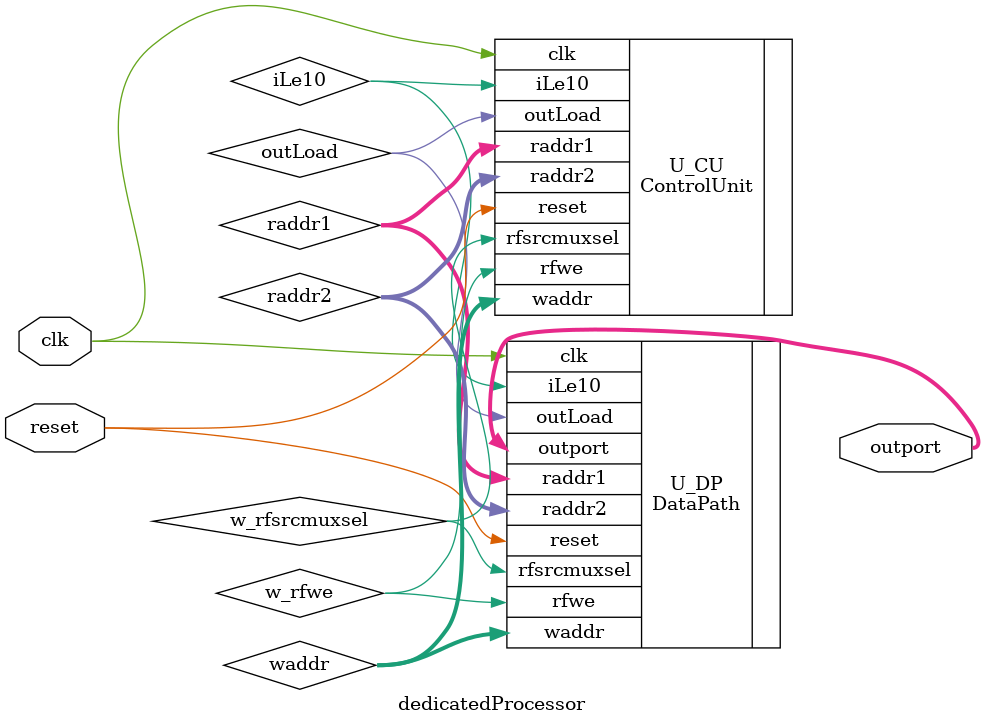
<source format=v>
`timescale 1ns / 1ps

module dedicatedProcessor(
    input clk,
    input reset,
    output [7:0] outport
    );

    wire iLe10;
    wire w_rfsrcmuxsel;
    wire w_rfwe;
    wire [2:0] waddr;
    wire [2:0] raddr1;
    wire [2:0] raddr2;
    wire outLoad;

    // wire sumSrcMuxSel;
    // wire iSrcMuxSel;
    // wire sumLoad;
    // wire iLoad;
    // wire outLoad;
    // wire adderSrcMuxSel;
    
    ControlUnit U_CU(
    .clk(clk),
    .reset(reset),
    .iLe10(iLe10),
    //
    .rfsrcmuxsel(w_rfsrcmuxsel),
    .rfwe(w_rfwe),
    .waddr(waddr),
    .raddr1(raddr1),
    .raddr2(raddr2),
    .outLoad(outLoad)
    // output reg [1:0] alu_sel
    );

    DataPath U_DP(
        .clk(clk),
        .reset(reset),
	    .rfsrcmuxsel(w_rfsrcmuxsel),
        .rfwe(w_rfwe),
        .waddr(waddr),
        .raddr1(raddr1),
        .raddr2(raddr2),
        .outLoad(outLoad),
        //
        .iLe10(iLe10),
        .outport(outport)
    );
endmodule



</source>
